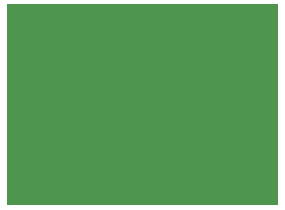
<source format=gbl>
G04*
G04 #@! TF.GenerationSoftware,Altium Limited,CircuitStudio,1.5.2 (30)*
G04*
G04 Layer_Physical_Order=2*
G04 Layer_Color=16711680*
%FSLAX24Y24*%
%MOIN*%
G70*
G01*
G75*
%ADD15C,0.0276*%
G36*
X9248Y201D02*
X201D01*
Y6886D01*
X9248D01*
Y201D01*
D02*
G37*
D15*
X2047Y3738D02*
D03*
X1969Y4390D02*
D03*
X2067Y2598D02*
D03*
X7165Y6024D02*
D03*
X5531D02*
D03*
X6073Y5502D02*
D03*
X3435Y3120D02*
D03*
X4783Y3848D02*
D03*
X5719D02*
D03*
X4636Y4764D02*
D03*
X5896D02*
D03*
X4006Y1880D02*
D03*
X4390Y3061D02*
D03*
X5728Y2835D02*
D03*
X3465Y2480D02*
D03*
X4646Y1850D02*
D03*
X8583Y1624D02*
D03*
X9055Y1073D02*
D03*
X9104Y3632D02*
D03*
X8268Y2835D02*
D03*
X7352Y2874D02*
D03*
X6467Y2520D02*
D03*
X6457Y3839D02*
D03*
X6467Y4823D02*
D03*
X7756D02*
D03*
X8238Y4016D02*
D03*
X8376Y4882D02*
D03*
X8268Y5827D02*
D03*
X4400Y5689D02*
D03*
X3474Y4734D02*
D03*
X2657Y5246D02*
D03*
X9055Y2756D02*
D03*
Y1969D02*
D03*
X8268Y394D02*
D03*
X3543D02*
D03*
X1181D02*
D03*
X1969D02*
D03*
X2756D02*
D03*
Y1181D02*
D03*
X1969D02*
D03*
X1181D02*
D03*
X394D02*
D03*
Y3543D02*
D03*
Y4331D02*
D03*
X1181Y5118D02*
D03*
X394D02*
D03*
Y5906D02*
D03*
X1181D02*
D03*
X1969D02*
D03*
X2756D02*
D03*
X3543Y6693D02*
D03*
X2756D02*
D03*
X1969D02*
D03*
X1181D02*
D03*
X5669Y1850D02*
D03*
X3976Y3819D02*
D03*
X9055Y394D02*
D03*
Y6693D02*
D03*
X394D02*
D03*
Y394D02*
D03*
M02*

</source>
